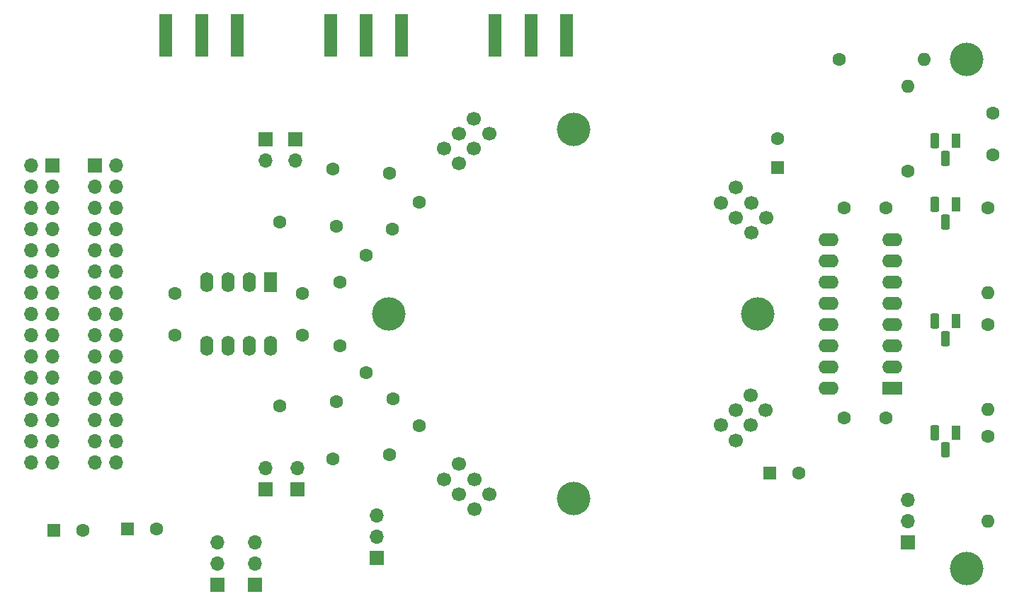
<source format=gbs>
G04 #@! TF.GenerationSoftware,KiCad,Pcbnew,7.0.6*
G04 #@! TF.CreationDate,2024-05-07T04:30:38+03:00*
G04 #@! TF.ProjectId,board-main,626f6172-642d-46d6-9169-6e2e6b696361,rev?*
G04 #@! TF.SameCoordinates,Original*
G04 #@! TF.FileFunction,Soldermask,Bot*
G04 #@! TF.FilePolarity,Negative*
%FSLAX46Y46*%
G04 Gerber Fmt 4.6, Leading zero omitted, Abs format (unit mm)*
G04 Created by KiCad (PCBNEW 7.0.6) date 2024-05-07 04:30:38*
%MOMM*%
%LPD*%
G01*
G04 APERTURE LIST*
G04 Aperture macros list*
%AMRoundRect*
0 Rectangle with rounded corners*
0 $1 Rounding radius*
0 $2 $3 $4 $5 $6 $7 $8 $9 X,Y pos of 4 corners*
0 Add a 4 corners polygon primitive as box body*
4,1,4,$2,$3,$4,$5,$6,$7,$8,$9,$2,$3,0*
0 Add four circle primitives for the rounded corners*
1,1,$1+$1,$2,$3*
1,1,$1+$1,$4,$5*
1,1,$1+$1,$6,$7*
1,1,$1+$1,$8,$9*
0 Add four rect primitives between the rounded corners*
20,1,$1+$1,$2,$3,$4,$5,0*
20,1,$1+$1,$4,$5,$6,$7,0*
20,1,$1+$1,$6,$7,$8,$9,0*
20,1,$1+$1,$8,$9,$2,$3,0*%
%AMHorizOval*
0 Thick line with rounded ends*
0 $1 width*
0 $2 $3 position (X,Y) of the first rounded end (center of the circle)*
0 $4 $5 position (X,Y) of the second rounded end (center of the circle)*
0 Add line between two ends*
20,1,$1,$2,$3,$4,$5,0*
0 Add two circle primitives to create the rounded ends*
1,1,$1,$2,$3*
1,1,$1,$4,$5*%
G04 Aperture macros list end*
%ADD10C,1.600000*%
%ADD11R,1.600000X1.600000*%
%ADD12R,1.600000X2.400000*%
%ADD13O,1.600000X2.400000*%
%ADD14HorizOval,1.600000X0.000000X0.000000X0.000000X0.000000X0*%
%ADD15R,1.700000X1.700000*%
%ADD16O,1.700000X1.700000*%
%ADD17C,1.700000*%
%ADD18C,4.000000*%
%ADD19R,2.400000X1.600000*%
%ADD20O,2.400000X1.600000*%
%ADD21O,1.600000X1.600000*%
%ADD22R,1.100000X1.800000*%
%ADD23RoundRect,0.275000X0.275000X0.625000X-0.275000X0.625000X-0.275000X-0.625000X0.275000X-0.625000X0*%
%ADD24HorizOval,1.600000X0.000000X0.000000X0.000000X0.000000X0*%
%ADD25R,1.500000X5.080000*%
G04 APERTURE END LIST*
D10*
X77109466Y-99420534D03*
X80645000Y-95885000D03*
D11*
X45766974Y-108321974D03*
D10*
X49266974Y-108321974D03*
D12*
X62855000Y-78750000D03*
D13*
X60315000Y-78750000D03*
X57775000Y-78750000D03*
X55235000Y-78750000D03*
X55235000Y-86370000D03*
X57775000Y-86370000D03*
X60315000Y-86370000D03*
X62855000Y-86370000D03*
D10*
X149225000Y-63500000D03*
X149225000Y-58500000D03*
X63935795Y-71555795D03*
D14*
X71120000Y-78740000D03*
D15*
X65840795Y-61595000D03*
D16*
X65840795Y-64135000D03*
D10*
X70282855Y-65188434D03*
D14*
X77467060Y-72372639D03*
D11*
X123444000Y-65024000D03*
D10*
X123444000Y-61524000D03*
D15*
X36825000Y-64775000D03*
D16*
X34285000Y-64775000D03*
X36825000Y-67315000D03*
X34285000Y-67315000D03*
X36825000Y-69855000D03*
X34285000Y-69855000D03*
X36825000Y-72395000D03*
X34285000Y-72395000D03*
X36825000Y-74935000D03*
X34285000Y-74935000D03*
X36825000Y-77475000D03*
X34285000Y-77475000D03*
X36825000Y-80015000D03*
X34285000Y-80015000D03*
X36825000Y-82555000D03*
X34285000Y-82555000D03*
X36825000Y-85095000D03*
X34285000Y-85095000D03*
X36825000Y-87635000D03*
X34285000Y-87635000D03*
X36825000Y-90175000D03*
X34285000Y-90175000D03*
X36825000Y-92715000D03*
X34285000Y-92715000D03*
X36825000Y-95255000D03*
X34285000Y-95255000D03*
X36825000Y-97795000D03*
X34285000Y-97795000D03*
X36825000Y-100335000D03*
X34285000Y-100335000D03*
D10*
X136471680Y-69850000D03*
X131471680Y-69850000D03*
D15*
X66040000Y-103505000D03*
D16*
X66040000Y-100965000D03*
D10*
X51435000Y-85050000D03*
X51435000Y-80050000D03*
D17*
X85418946Y-100521929D03*
X83622895Y-102317980D03*
X87214997Y-102317980D03*
X85418946Y-104114031D03*
X89011048Y-104114031D03*
X87214997Y-105910082D03*
D15*
X41905000Y-64775000D03*
D16*
X44445000Y-64775000D03*
X41905000Y-67315000D03*
X44445000Y-67315000D03*
X41905000Y-69855000D03*
X44445000Y-69855000D03*
X41905000Y-72395000D03*
X44445000Y-72395000D03*
X41905000Y-74935000D03*
X44445000Y-74935000D03*
X41905000Y-77475000D03*
X44445000Y-77475000D03*
X41905000Y-80015000D03*
X44445000Y-80015000D03*
X41905000Y-82555000D03*
X44445000Y-82555000D03*
X41905000Y-85095000D03*
X44445000Y-85095000D03*
X41905000Y-87635000D03*
X44445000Y-87635000D03*
X41905000Y-90175000D03*
X44445000Y-90175000D03*
X41905000Y-92715000D03*
X44445000Y-92715000D03*
X41905000Y-95255000D03*
X44445000Y-95255000D03*
X41905000Y-97795000D03*
X44445000Y-97795000D03*
X41905000Y-100335000D03*
X44445000Y-100335000D03*
D18*
X146050000Y-52070000D03*
D19*
X137205062Y-91440000D03*
D20*
X137205062Y-88900000D03*
X137205062Y-86360000D03*
X137205062Y-83820000D03*
X137205062Y-81280000D03*
X137205062Y-78740000D03*
X137205062Y-76200000D03*
X137205062Y-73660000D03*
X129585062Y-73660000D03*
X129585062Y-76200000D03*
X129585062Y-78740000D03*
X129585062Y-81280000D03*
X129585062Y-83820000D03*
X129585062Y-86360000D03*
X129585062Y-88900000D03*
X129585062Y-91440000D03*
D10*
X148590000Y-83820000D03*
D21*
X148590000Y-93980000D03*
D22*
X144780000Y-96755000D03*
D23*
X143510000Y-98825000D03*
X142240000Y-96755000D03*
D17*
X122118533Y-71011052D03*
X120322482Y-72807103D03*
X118526430Y-71011052D03*
X116730379Y-69215000D03*
X120322482Y-69215000D03*
X118526430Y-67418949D03*
D18*
X99060000Y-104611732D03*
X76998268Y-82550000D03*
X99060000Y-60488268D03*
X121121732Y-82550000D03*
D10*
X139065000Y-65405001D03*
D21*
X139065000Y-55245001D03*
D10*
X130810000Y-52070000D03*
D21*
X140970000Y-52070000D03*
D15*
X60960000Y-114934999D03*
D16*
X60960000Y-112394999D03*
X60960000Y-109854999D03*
D22*
X144780000Y-83420000D03*
D23*
X143510000Y-85490000D03*
X142240000Y-83420000D03*
D10*
X70759466Y-93070534D03*
X74295000Y-89535000D03*
D17*
X88990291Y-60960707D03*
X87194240Y-59164656D03*
X87194240Y-62756758D03*
X85398189Y-60960707D03*
X85398189Y-64552809D03*
X83602138Y-62756758D03*
D10*
X70285795Y-99894205D03*
D24*
X77470000Y-92710000D03*
D22*
X144780000Y-69450000D03*
D23*
X143510000Y-71520000D03*
X142240000Y-69450000D03*
D22*
X144780000Y-61830000D03*
D23*
X143510000Y-63900000D03*
X142240000Y-61830000D03*
D15*
X75565000Y-111760000D03*
D16*
X75565000Y-109220000D03*
X75565000Y-106680000D03*
D10*
X63935795Y-93544205D03*
D24*
X71120000Y-86360000D03*
D17*
X118490022Y-97677615D03*
X116693971Y-95881564D03*
X118490022Y-94085512D03*
X120286074Y-92289461D03*
X120286074Y-95881564D03*
X122082125Y-94085512D03*
D15*
X62230000Y-103505000D03*
D16*
X62230000Y-100965000D03*
D11*
X36957000Y-108458000D03*
D10*
X40457000Y-108458000D03*
X66675000Y-85050000D03*
X66675000Y-80050000D03*
X148590000Y-69850001D03*
D21*
X148590000Y-80010001D03*
D10*
X148590000Y-97155000D03*
D21*
X148590000Y-107315000D03*
D15*
X62230000Y-61595000D03*
D16*
X62230000Y-64135000D03*
D10*
X70758958Y-72024002D03*
X74294492Y-75559536D03*
D11*
X122555000Y-101600000D03*
D10*
X126055000Y-101600000D03*
D15*
X56515000Y-114935000D03*
D16*
X56515000Y-112395000D03*
X56515000Y-109855000D03*
D15*
X139065000Y-109855000D03*
D16*
X139065000Y-107315000D03*
X139065000Y-104775000D03*
D18*
X146050000Y-113030000D03*
D10*
X77115869Y-65665869D03*
X80651403Y-69201403D03*
X131471680Y-94996000D03*
X136471680Y-94996000D03*
D25*
X54610000Y-49177500D03*
X50360000Y-49177500D03*
X58860000Y-49177500D03*
X93980000Y-49177500D03*
X89730000Y-49177500D03*
X98230000Y-49177500D03*
X74295000Y-49177500D03*
X70045000Y-49177500D03*
X78545000Y-49177500D03*
M02*

</source>
